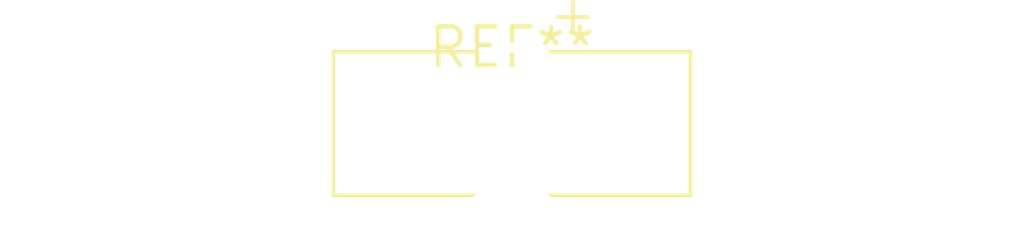
<source format=kicad_pcb>
(kicad_pcb (version 20240108) (generator pcbnew)
  (layers (0 "F.Cu" signal) (31 "B.Cu" signal) (34 "B.Paste" user) (35 "F.Paste" user) (36 "B.SilkS" user "B.Silkscreen") (37 "F.SilkS" user "F.Silkscreen") (38 "B.Mask" user) (39 "F.Mask" user) (44 "Edge.Cuts" user))
  (net 0 "")
  (footprint "DX_5R5VxxxxU_D11.5mm_P5.00mm" (layer "F.Cu") (at 0 0)
    (property "Reference" "REF**")
    (property "Value" "DX_5R5VxxxxU_D11.5mm_P5.00mm")
    (fp_line (start -5.86 0.14) (end -5.86 4.86) (layer "F.SilkS") (stroke (width 0.12)))
    (fp_line (start -5.86 0.14) (end -1.27 0.14) (layer "F.SilkS") (stroke (width 0.12)))
    (fp_line (start -1.27 4.86) (end -5.86 4.86) (layer "F.SilkS") (stroke (width 0.12)))
    (fp_line (start 1.27 0.14) (end 5.86 0.14) (layer "F.SilkS") (stroke (width 0.12)))
    (fp_line (start 1.5 -1) (end 2.5 -1) (layer "F.SilkS") (stroke (width 0.12)))
    (fp_line (start 2 -1.5) (end 2 -0.5) (layer "F.SilkS") (stroke (width 0.12)))
    (fp_line (start 5.86 0.14) (end 5.86 4.86) (layer "F.SilkS") (stroke (width 0.12)))
    (fp_line (start 5.86 4.86) (end 1.27 4.86) (layer "F.SilkS") (stroke (width 0.12)))
    (pad "1" thru_hole rect (at 0 0) (size 2.15 1.35) (drill oval 1.15 0.35) (layers *.Cu *.Mask) (remove_unused_layers))
    (pad "2" thru_hole oval (at 0 5) (size 2.15 1.35) (drill oval 1.1 0.35) (layers *.Cu *.Mask) (remove_unused_layers))
  )
)
</source>
